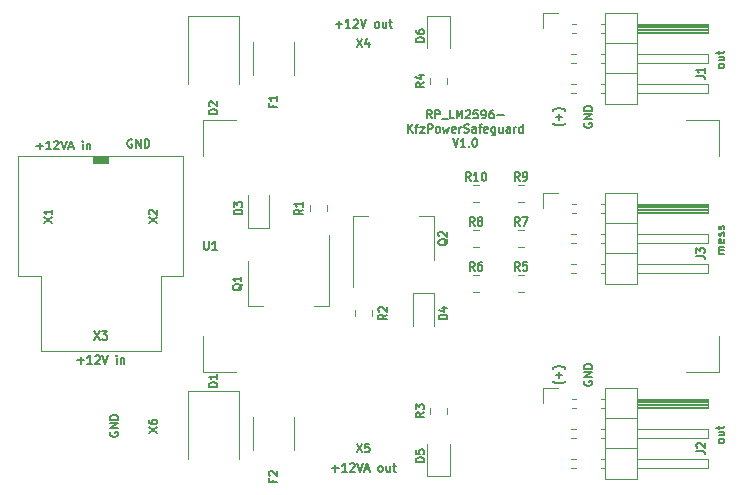
<source format=gbr>
G04 #@! TF.GenerationSoftware,KiCad,Pcbnew,(5.1.8)-1*
G04 #@! TF.CreationDate,2022-10-22T17:33:47+02:00*
G04 #@! TF.ProjectId,RP_LM2596-KfzPowerSafeguard,52505f4c-4d32-4353-9936-2d4b667a506f,rev?*
G04 #@! TF.SameCoordinates,Original*
G04 #@! TF.FileFunction,Legend,Top*
G04 #@! TF.FilePolarity,Positive*
%FSLAX46Y46*%
G04 Gerber Fmt 4.6, Leading zero omitted, Abs format (unit mm)*
G04 Created by KiCad (PCBNEW (5.1.8)-1) date 2022-10-22 17:33:47*
%MOMM*%
%LPD*%
G01*
G04 APERTURE LIST*
%ADD10C,0.150000*%
%ADD11C,0.100000*%
%ADD12C,0.175000*%
%ADD13C,0.120000*%
G04 APERTURE END LIST*
D10*
X116276000Y-69220666D02*
X116042666Y-68887333D01*
X115876000Y-69220666D02*
X115876000Y-68520666D01*
X116142666Y-68520666D01*
X116209333Y-68554000D01*
X116242666Y-68587333D01*
X116276000Y-68654000D01*
X116276000Y-68754000D01*
X116242666Y-68820666D01*
X116209333Y-68854000D01*
X116142666Y-68887333D01*
X115876000Y-68887333D01*
X116576000Y-69220666D02*
X116576000Y-68520666D01*
X116842666Y-68520666D01*
X116909333Y-68554000D01*
X116942666Y-68587333D01*
X116976000Y-68654000D01*
X116976000Y-68754000D01*
X116942666Y-68820666D01*
X116909333Y-68854000D01*
X116842666Y-68887333D01*
X116576000Y-68887333D01*
X117109333Y-69287333D02*
X117642666Y-69287333D01*
X118142666Y-69220666D02*
X117809333Y-69220666D01*
X117809333Y-68520666D01*
X118376000Y-69220666D02*
X118376000Y-68520666D01*
X118609333Y-69020666D01*
X118842666Y-68520666D01*
X118842666Y-69220666D01*
X119142666Y-68587333D02*
X119176000Y-68554000D01*
X119242666Y-68520666D01*
X119409333Y-68520666D01*
X119476000Y-68554000D01*
X119509333Y-68587333D01*
X119542666Y-68654000D01*
X119542666Y-68720666D01*
X119509333Y-68820666D01*
X119109333Y-69220666D01*
X119542666Y-69220666D01*
X120176000Y-68520666D02*
X119842666Y-68520666D01*
X119809333Y-68854000D01*
X119842666Y-68820666D01*
X119909333Y-68787333D01*
X120076000Y-68787333D01*
X120142666Y-68820666D01*
X120176000Y-68854000D01*
X120209333Y-68920666D01*
X120209333Y-69087333D01*
X120176000Y-69154000D01*
X120142666Y-69187333D01*
X120076000Y-69220666D01*
X119909333Y-69220666D01*
X119842666Y-69187333D01*
X119809333Y-69154000D01*
X120542666Y-69220666D02*
X120676000Y-69220666D01*
X120742666Y-69187333D01*
X120776000Y-69154000D01*
X120842666Y-69054000D01*
X120876000Y-68920666D01*
X120876000Y-68654000D01*
X120842666Y-68587333D01*
X120809333Y-68554000D01*
X120742666Y-68520666D01*
X120609333Y-68520666D01*
X120542666Y-68554000D01*
X120509333Y-68587333D01*
X120476000Y-68654000D01*
X120476000Y-68820666D01*
X120509333Y-68887333D01*
X120542666Y-68920666D01*
X120609333Y-68954000D01*
X120742666Y-68954000D01*
X120809333Y-68920666D01*
X120842666Y-68887333D01*
X120876000Y-68820666D01*
X121476000Y-68520666D02*
X121342666Y-68520666D01*
X121276000Y-68554000D01*
X121242666Y-68587333D01*
X121176000Y-68687333D01*
X121142666Y-68820666D01*
X121142666Y-69087333D01*
X121176000Y-69154000D01*
X121209333Y-69187333D01*
X121276000Y-69220666D01*
X121409333Y-69220666D01*
X121476000Y-69187333D01*
X121509333Y-69154000D01*
X121542666Y-69087333D01*
X121542666Y-68920666D01*
X121509333Y-68854000D01*
X121476000Y-68820666D01*
X121409333Y-68787333D01*
X121276000Y-68787333D01*
X121209333Y-68820666D01*
X121176000Y-68854000D01*
X121142666Y-68920666D01*
X121842666Y-68954000D02*
X122376000Y-68954000D01*
X114276000Y-70420666D02*
X114276000Y-69720666D01*
X114676000Y-70420666D02*
X114376000Y-70020666D01*
X114676000Y-69720666D02*
X114276000Y-70120666D01*
X114876000Y-69954000D02*
X115142666Y-69954000D01*
X114976000Y-70420666D02*
X114976000Y-69820666D01*
X115009333Y-69754000D01*
X115076000Y-69720666D01*
X115142666Y-69720666D01*
X115309333Y-69954000D02*
X115676000Y-69954000D01*
X115309333Y-70420666D01*
X115676000Y-70420666D01*
X115942666Y-70420666D02*
X115942666Y-69720666D01*
X116209333Y-69720666D01*
X116276000Y-69754000D01*
X116309333Y-69787333D01*
X116342666Y-69854000D01*
X116342666Y-69954000D01*
X116309333Y-70020666D01*
X116276000Y-70054000D01*
X116209333Y-70087333D01*
X115942666Y-70087333D01*
X116742666Y-70420666D02*
X116676000Y-70387333D01*
X116642666Y-70354000D01*
X116609333Y-70287333D01*
X116609333Y-70087333D01*
X116642666Y-70020666D01*
X116676000Y-69987333D01*
X116742666Y-69954000D01*
X116842666Y-69954000D01*
X116909333Y-69987333D01*
X116942666Y-70020666D01*
X116976000Y-70087333D01*
X116976000Y-70287333D01*
X116942666Y-70354000D01*
X116909333Y-70387333D01*
X116842666Y-70420666D01*
X116742666Y-70420666D01*
X117209333Y-69954000D02*
X117342666Y-70420666D01*
X117476000Y-70087333D01*
X117609333Y-70420666D01*
X117742666Y-69954000D01*
X118276000Y-70387333D02*
X118209333Y-70420666D01*
X118076000Y-70420666D01*
X118009333Y-70387333D01*
X117976000Y-70320666D01*
X117976000Y-70054000D01*
X118009333Y-69987333D01*
X118076000Y-69954000D01*
X118209333Y-69954000D01*
X118276000Y-69987333D01*
X118309333Y-70054000D01*
X118309333Y-70120666D01*
X117976000Y-70187333D01*
X118609333Y-70420666D02*
X118609333Y-69954000D01*
X118609333Y-70087333D02*
X118642666Y-70020666D01*
X118676000Y-69987333D01*
X118742666Y-69954000D01*
X118809333Y-69954000D01*
X119009333Y-70387333D02*
X119109333Y-70420666D01*
X119276000Y-70420666D01*
X119342666Y-70387333D01*
X119376000Y-70354000D01*
X119409333Y-70287333D01*
X119409333Y-70220666D01*
X119376000Y-70154000D01*
X119342666Y-70120666D01*
X119276000Y-70087333D01*
X119142666Y-70054000D01*
X119076000Y-70020666D01*
X119042666Y-69987333D01*
X119009333Y-69920666D01*
X119009333Y-69854000D01*
X119042666Y-69787333D01*
X119076000Y-69754000D01*
X119142666Y-69720666D01*
X119309333Y-69720666D01*
X119409333Y-69754000D01*
X120009333Y-70420666D02*
X120009333Y-70054000D01*
X119976000Y-69987333D01*
X119909333Y-69954000D01*
X119776000Y-69954000D01*
X119709333Y-69987333D01*
X120009333Y-70387333D02*
X119942666Y-70420666D01*
X119776000Y-70420666D01*
X119709333Y-70387333D01*
X119676000Y-70320666D01*
X119676000Y-70254000D01*
X119709333Y-70187333D01*
X119776000Y-70154000D01*
X119942666Y-70154000D01*
X120009333Y-70120666D01*
X120242666Y-69954000D02*
X120509333Y-69954000D01*
X120342666Y-70420666D02*
X120342666Y-69820666D01*
X120376000Y-69754000D01*
X120442666Y-69720666D01*
X120509333Y-69720666D01*
X121009333Y-70387333D02*
X120942666Y-70420666D01*
X120809333Y-70420666D01*
X120742666Y-70387333D01*
X120709333Y-70320666D01*
X120709333Y-70054000D01*
X120742666Y-69987333D01*
X120809333Y-69954000D01*
X120942666Y-69954000D01*
X121009333Y-69987333D01*
X121042666Y-70054000D01*
X121042666Y-70120666D01*
X120709333Y-70187333D01*
X121642666Y-69954000D02*
X121642666Y-70520666D01*
X121609333Y-70587333D01*
X121576000Y-70620666D01*
X121509333Y-70654000D01*
X121409333Y-70654000D01*
X121342666Y-70620666D01*
X121642666Y-70387333D02*
X121576000Y-70420666D01*
X121442666Y-70420666D01*
X121376000Y-70387333D01*
X121342666Y-70354000D01*
X121309333Y-70287333D01*
X121309333Y-70087333D01*
X121342666Y-70020666D01*
X121376000Y-69987333D01*
X121442666Y-69954000D01*
X121576000Y-69954000D01*
X121642666Y-69987333D01*
X122276000Y-69954000D02*
X122276000Y-70420666D01*
X121976000Y-69954000D02*
X121976000Y-70320666D01*
X122009333Y-70387333D01*
X122076000Y-70420666D01*
X122176000Y-70420666D01*
X122242666Y-70387333D01*
X122276000Y-70354000D01*
X122909333Y-70420666D02*
X122909333Y-70054000D01*
X122876000Y-69987333D01*
X122809333Y-69954000D01*
X122676000Y-69954000D01*
X122609333Y-69987333D01*
X122909333Y-70387333D02*
X122842666Y-70420666D01*
X122676000Y-70420666D01*
X122609333Y-70387333D01*
X122576000Y-70320666D01*
X122576000Y-70254000D01*
X122609333Y-70187333D01*
X122676000Y-70154000D01*
X122842666Y-70154000D01*
X122909333Y-70120666D01*
X123242666Y-70420666D02*
X123242666Y-69954000D01*
X123242666Y-70087333D02*
X123276000Y-70020666D01*
X123309333Y-69987333D01*
X123376000Y-69954000D01*
X123442666Y-69954000D01*
X123976000Y-70420666D02*
X123976000Y-69720666D01*
X123976000Y-70387333D02*
X123909333Y-70420666D01*
X123776000Y-70420666D01*
X123709333Y-70387333D01*
X123676000Y-70354000D01*
X123642666Y-70287333D01*
X123642666Y-70087333D01*
X123676000Y-70020666D01*
X123709333Y-69987333D01*
X123776000Y-69954000D01*
X123909333Y-69954000D01*
X123976000Y-69987333D01*
X118059333Y-70920666D02*
X118292666Y-71620666D01*
X118526000Y-70920666D01*
X119126000Y-71620666D02*
X118726000Y-71620666D01*
X118926000Y-71620666D02*
X118926000Y-70920666D01*
X118859333Y-71020666D01*
X118792666Y-71087333D01*
X118726000Y-71120666D01*
X119426000Y-71554000D02*
X119459333Y-71587333D01*
X119426000Y-71620666D01*
X119392666Y-71587333D01*
X119426000Y-71554000D01*
X119426000Y-71620666D01*
X119892666Y-70920666D02*
X119959333Y-70920666D01*
X120026000Y-70954000D01*
X120059333Y-70987333D01*
X120092666Y-71054000D01*
X120126000Y-71187333D01*
X120126000Y-71354000D01*
X120092666Y-71487333D01*
X120059333Y-71554000D01*
X120026000Y-71587333D01*
X119959333Y-71620666D01*
X119892666Y-71620666D01*
X119826000Y-71587333D01*
X119792666Y-71554000D01*
X119759333Y-71487333D01*
X119726000Y-71354000D01*
X119726000Y-71187333D01*
X119759333Y-71054000D01*
X119792666Y-70987333D01*
X119826000Y-70954000D01*
X119892666Y-70920666D01*
D11*
G36*
X88900000Y-73025000D02*
G01*
X87630000Y-73025000D01*
X87630000Y-72390000D01*
X88900000Y-72390000D01*
X88900000Y-73025000D01*
G37*
X88900000Y-73025000D02*
X87630000Y-73025000D01*
X87630000Y-72390000D01*
X88900000Y-72390000D01*
X88900000Y-73025000D01*
D12*
X141032666Y-80668666D02*
X140566000Y-80668666D01*
X140632666Y-80668666D02*
X140599333Y-80635333D01*
X140566000Y-80568666D01*
X140566000Y-80468666D01*
X140599333Y-80402000D01*
X140666000Y-80368666D01*
X141032666Y-80368666D01*
X140666000Y-80368666D02*
X140599333Y-80335333D01*
X140566000Y-80268666D01*
X140566000Y-80168666D01*
X140599333Y-80102000D01*
X140666000Y-80068666D01*
X141032666Y-80068666D01*
X140999333Y-79468666D02*
X141032666Y-79535333D01*
X141032666Y-79668666D01*
X140999333Y-79735333D01*
X140932666Y-79768666D01*
X140666000Y-79768666D01*
X140599333Y-79735333D01*
X140566000Y-79668666D01*
X140566000Y-79535333D01*
X140599333Y-79468666D01*
X140666000Y-79435333D01*
X140732666Y-79435333D01*
X140799333Y-79768666D01*
X140999333Y-79168666D02*
X141032666Y-79102000D01*
X141032666Y-78968666D01*
X140999333Y-78902000D01*
X140932666Y-78868666D01*
X140899333Y-78868666D01*
X140832666Y-78902000D01*
X140799333Y-78968666D01*
X140799333Y-79068666D01*
X140766000Y-79135333D01*
X140699333Y-79168666D01*
X140666000Y-79168666D01*
X140599333Y-79135333D01*
X140566000Y-79068666D01*
X140566000Y-78968666D01*
X140599333Y-78902000D01*
X140999333Y-78602000D02*
X141032666Y-78535333D01*
X141032666Y-78402000D01*
X140999333Y-78335333D01*
X140932666Y-78302000D01*
X140899333Y-78302000D01*
X140832666Y-78335333D01*
X140799333Y-78402000D01*
X140799333Y-78502000D01*
X140766000Y-78568666D01*
X140699333Y-78602000D01*
X140666000Y-78602000D01*
X140599333Y-78568666D01*
X140566000Y-78502000D01*
X140566000Y-78402000D01*
X140599333Y-78335333D01*
X141032666Y-64828666D02*
X140999333Y-64895333D01*
X140966000Y-64928666D01*
X140899333Y-64962000D01*
X140699333Y-64962000D01*
X140632666Y-64928666D01*
X140599333Y-64895333D01*
X140566000Y-64828666D01*
X140566000Y-64728666D01*
X140599333Y-64662000D01*
X140632666Y-64628666D01*
X140699333Y-64595333D01*
X140899333Y-64595333D01*
X140966000Y-64628666D01*
X140999333Y-64662000D01*
X141032666Y-64728666D01*
X141032666Y-64828666D01*
X140566000Y-63995333D02*
X141032666Y-63995333D01*
X140566000Y-64295333D02*
X140932666Y-64295333D01*
X140999333Y-64262000D01*
X141032666Y-64195333D01*
X141032666Y-64095333D01*
X140999333Y-64028666D01*
X140966000Y-63995333D01*
X140566000Y-63762000D02*
X140566000Y-63495333D01*
X140332666Y-63662000D02*
X140932666Y-63662000D01*
X140999333Y-63628666D01*
X141032666Y-63562000D01*
X141032666Y-63495333D01*
X141032666Y-96578666D02*
X140999333Y-96645333D01*
X140966000Y-96678666D01*
X140899333Y-96712000D01*
X140699333Y-96712000D01*
X140632666Y-96678666D01*
X140599333Y-96645333D01*
X140566000Y-96578666D01*
X140566000Y-96478666D01*
X140599333Y-96412000D01*
X140632666Y-96378666D01*
X140699333Y-96345333D01*
X140899333Y-96345333D01*
X140966000Y-96378666D01*
X140999333Y-96412000D01*
X141032666Y-96478666D01*
X141032666Y-96578666D01*
X140566000Y-95745333D02*
X141032666Y-95745333D01*
X140566000Y-96045333D02*
X140932666Y-96045333D01*
X140999333Y-96012000D01*
X141032666Y-95945333D01*
X141032666Y-95845333D01*
X140999333Y-95778666D01*
X140966000Y-95745333D01*
X140566000Y-95512000D02*
X140566000Y-95245333D01*
X140332666Y-95412000D02*
X140932666Y-95412000D01*
X140999333Y-95378666D01*
X141032666Y-95312000D01*
X141032666Y-95245333D01*
X108156666Y-61264000D02*
X108690000Y-61264000D01*
X108423333Y-61530666D02*
X108423333Y-60997333D01*
X109390000Y-61530666D02*
X108990000Y-61530666D01*
X109190000Y-61530666D02*
X109190000Y-60830666D01*
X109123333Y-60930666D01*
X109056666Y-60997333D01*
X108990000Y-61030666D01*
X109656666Y-60897333D02*
X109690000Y-60864000D01*
X109756666Y-60830666D01*
X109923333Y-60830666D01*
X109990000Y-60864000D01*
X110023333Y-60897333D01*
X110056666Y-60964000D01*
X110056666Y-61030666D01*
X110023333Y-61130666D01*
X109623333Y-61530666D01*
X110056666Y-61530666D01*
X110256666Y-60830666D02*
X110490000Y-61530666D01*
X110723333Y-60830666D01*
X111590000Y-61530666D02*
X111523333Y-61497333D01*
X111490000Y-61464000D01*
X111456666Y-61397333D01*
X111456666Y-61197333D01*
X111490000Y-61130666D01*
X111523333Y-61097333D01*
X111590000Y-61064000D01*
X111690000Y-61064000D01*
X111756666Y-61097333D01*
X111790000Y-61130666D01*
X111823333Y-61197333D01*
X111823333Y-61397333D01*
X111790000Y-61464000D01*
X111756666Y-61497333D01*
X111690000Y-61530666D01*
X111590000Y-61530666D01*
X112423333Y-61064000D02*
X112423333Y-61530666D01*
X112123333Y-61064000D02*
X112123333Y-61430666D01*
X112156666Y-61497333D01*
X112223333Y-61530666D01*
X112323333Y-61530666D01*
X112390000Y-61497333D01*
X112423333Y-61464000D01*
X112656666Y-61064000D02*
X112923333Y-61064000D01*
X112756666Y-60830666D02*
X112756666Y-61430666D01*
X112790000Y-61497333D01*
X112856666Y-61530666D01*
X112923333Y-61530666D01*
X107856666Y-98856000D02*
X108390000Y-98856000D01*
X108123333Y-99122666D02*
X108123333Y-98589333D01*
X109090000Y-99122666D02*
X108690000Y-99122666D01*
X108890000Y-99122666D02*
X108890000Y-98422666D01*
X108823333Y-98522666D01*
X108756666Y-98589333D01*
X108690000Y-98622666D01*
X109356666Y-98489333D02*
X109390000Y-98456000D01*
X109456666Y-98422666D01*
X109623333Y-98422666D01*
X109690000Y-98456000D01*
X109723333Y-98489333D01*
X109756666Y-98556000D01*
X109756666Y-98622666D01*
X109723333Y-98722666D01*
X109323333Y-99122666D01*
X109756666Y-99122666D01*
X109956666Y-98422666D02*
X110190000Y-99122666D01*
X110423333Y-98422666D01*
X110623333Y-98922666D02*
X110956666Y-98922666D01*
X110556666Y-99122666D02*
X110790000Y-98422666D01*
X111023333Y-99122666D01*
X111890000Y-99122666D02*
X111823333Y-99089333D01*
X111790000Y-99056000D01*
X111756666Y-98989333D01*
X111756666Y-98789333D01*
X111790000Y-98722666D01*
X111823333Y-98689333D01*
X111890000Y-98656000D01*
X111990000Y-98656000D01*
X112056666Y-98689333D01*
X112090000Y-98722666D01*
X112123333Y-98789333D01*
X112123333Y-98989333D01*
X112090000Y-99056000D01*
X112056666Y-99089333D01*
X111990000Y-99122666D01*
X111890000Y-99122666D01*
X112723333Y-98656000D02*
X112723333Y-99122666D01*
X112423333Y-98656000D02*
X112423333Y-99022666D01*
X112456666Y-99089333D01*
X112523333Y-99122666D01*
X112623333Y-99122666D01*
X112690000Y-99089333D01*
X112723333Y-99056000D01*
X112956666Y-98656000D02*
X113223333Y-98656000D01*
X113056666Y-98422666D02*
X113056666Y-99022666D01*
X113090000Y-99089333D01*
X113156666Y-99122666D01*
X113223333Y-99122666D01*
X82806666Y-71551000D02*
X83340000Y-71551000D01*
X83073333Y-71817666D02*
X83073333Y-71284333D01*
X84040000Y-71817666D02*
X83640000Y-71817666D01*
X83840000Y-71817666D02*
X83840000Y-71117666D01*
X83773333Y-71217666D01*
X83706666Y-71284333D01*
X83640000Y-71317666D01*
X84306666Y-71184333D02*
X84340000Y-71151000D01*
X84406666Y-71117666D01*
X84573333Y-71117666D01*
X84640000Y-71151000D01*
X84673333Y-71184333D01*
X84706666Y-71251000D01*
X84706666Y-71317666D01*
X84673333Y-71417666D01*
X84273333Y-71817666D01*
X84706666Y-71817666D01*
X84906666Y-71117666D02*
X85140000Y-71817666D01*
X85373333Y-71117666D01*
X85573333Y-71617666D02*
X85906666Y-71617666D01*
X85506666Y-71817666D02*
X85740000Y-71117666D01*
X85973333Y-71817666D01*
X86740000Y-71817666D02*
X86740000Y-71351000D01*
X86740000Y-71117666D02*
X86706666Y-71151000D01*
X86740000Y-71184333D01*
X86773333Y-71151000D01*
X86740000Y-71117666D01*
X86740000Y-71184333D01*
X87073333Y-71351000D02*
X87073333Y-71817666D01*
X87073333Y-71417666D02*
X87106666Y-71384333D01*
X87173333Y-71351000D01*
X87273333Y-71351000D01*
X87340000Y-71384333D01*
X87373333Y-71451000D01*
X87373333Y-71817666D01*
X86281666Y-89712000D02*
X86815000Y-89712000D01*
X86548333Y-89978666D02*
X86548333Y-89445333D01*
X87515000Y-89978666D02*
X87115000Y-89978666D01*
X87315000Y-89978666D02*
X87315000Y-89278666D01*
X87248333Y-89378666D01*
X87181666Y-89445333D01*
X87115000Y-89478666D01*
X87781666Y-89345333D02*
X87815000Y-89312000D01*
X87881666Y-89278666D01*
X88048333Y-89278666D01*
X88115000Y-89312000D01*
X88148333Y-89345333D01*
X88181666Y-89412000D01*
X88181666Y-89478666D01*
X88148333Y-89578666D01*
X87748333Y-89978666D01*
X88181666Y-89978666D01*
X88381666Y-89278666D02*
X88615000Y-89978666D01*
X88848333Y-89278666D01*
X89615000Y-89978666D02*
X89615000Y-89512000D01*
X89615000Y-89278666D02*
X89581666Y-89312000D01*
X89615000Y-89345333D01*
X89648333Y-89312000D01*
X89615000Y-89278666D01*
X89615000Y-89345333D01*
X89948333Y-89512000D02*
X89948333Y-89978666D01*
X89948333Y-89578666D02*
X89981666Y-89545333D01*
X90048333Y-89512000D01*
X90148333Y-89512000D01*
X90215000Y-89545333D01*
X90248333Y-89612000D01*
X90248333Y-89978666D01*
X90906666Y-71024000D02*
X90840000Y-70990666D01*
X90740000Y-70990666D01*
X90640000Y-71024000D01*
X90573333Y-71090666D01*
X90540000Y-71157333D01*
X90506666Y-71290666D01*
X90506666Y-71390666D01*
X90540000Y-71524000D01*
X90573333Y-71590666D01*
X90640000Y-71657333D01*
X90740000Y-71690666D01*
X90806666Y-71690666D01*
X90906666Y-71657333D01*
X90940000Y-71624000D01*
X90940000Y-71390666D01*
X90806666Y-71390666D01*
X91240000Y-71690666D02*
X91240000Y-70990666D01*
X91640000Y-71690666D01*
X91640000Y-70990666D01*
X91973333Y-71690666D02*
X91973333Y-70990666D01*
X92140000Y-70990666D01*
X92240000Y-71024000D01*
X92306666Y-71090666D01*
X92340000Y-71157333D01*
X92373333Y-71290666D01*
X92373333Y-71390666D01*
X92340000Y-71524000D01*
X92306666Y-71590666D01*
X92240000Y-71657333D01*
X92140000Y-71690666D01*
X91973333Y-71690666D01*
X89058000Y-95783333D02*
X89024666Y-95850000D01*
X89024666Y-95950000D01*
X89058000Y-96050000D01*
X89124666Y-96116666D01*
X89191333Y-96150000D01*
X89324666Y-96183333D01*
X89424666Y-96183333D01*
X89558000Y-96150000D01*
X89624666Y-96116666D01*
X89691333Y-96050000D01*
X89724666Y-95950000D01*
X89724666Y-95883333D01*
X89691333Y-95783333D01*
X89658000Y-95750000D01*
X89424666Y-95750000D01*
X89424666Y-95883333D01*
X89724666Y-95450000D02*
X89024666Y-95450000D01*
X89724666Y-95050000D01*
X89024666Y-95050000D01*
X89724666Y-94716666D02*
X89024666Y-94716666D01*
X89024666Y-94550000D01*
X89058000Y-94450000D01*
X89124666Y-94383333D01*
X89191333Y-94350000D01*
X89324666Y-94316666D01*
X89424666Y-94316666D01*
X89558000Y-94350000D01*
X89624666Y-94383333D01*
X89691333Y-94450000D01*
X89724666Y-94550000D01*
X89724666Y-94716666D01*
X127583333Y-69621333D02*
X127550000Y-69654666D01*
X127450000Y-69721333D01*
X127383333Y-69754666D01*
X127283333Y-69788000D01*
X127116666Y-69821333D01*
X126983333Y-69821333D01*
X126816666Y-69788000D01*
X126716666Y-69754666D01*
X126650000Y-69721333D01*
X126550000Y-69654666D01*
X126516666Y-69621333D01*
X127050000Y-69354666D02*
X127050000Y-68821333D01*
X127316666Y-69088000D02*
X126783333Y-69088000D01*
X127583333Y-68554666D02*
X127550000Y-68521333D01*
X127450000Y-68454666D01*
X127383333Y-68421333D01*
X127283333Y-68388000D01*
X127116666Y-68354666D01*
X126983333Y-68354666D01*
X126816666Y-68388000D01*
X126716666Y-68421333D01*
X126650000Y-68454666D01*
X126550000Y-68521333D01*
X126516666Y-68554666D01*
X127583333Y-91465333D02*
X127550000Y-91498666D01*
X127450000Y-91565333D01*
X127383333Y-91598666D01*
X127283333Y-91632000D01*
X127116666Y-91665333D01*
X126983333Y-91665333D01*
X126816666Y-91632000D01*
X126716666Y-91598666D01*
X126650000Y-91565333D01*
X126550000Y-91498666D01*
X126516666Y-91465333D01*
X127050000Y-91198666D02*
X127050000Y-90665333D01*
X127316666Y-90932000D02*
X126783333Y-90932000D01*
X127583333Y-90398666D02*
X127550000Y-90365333D01*
X127450000Y-90298666D01*
X127383333Y-90265333D01*
X127283333Y-90232000D01*
X127116666Y-90198666D01*
X126983333Y-90198666D01*
X126816666Y-90232000D01*
X126716666Y-90265333D01*
X126650000Y-90298666D01*
X126550000Y-90365333D01*
X126516666Y-90398666D01*
X129190000Y-91465333D02*
X129156666Y-91532000D01*
X129156666Y-91632000D01*
X129190000Y-91732000D01*
X129256666Y-91798666D01*
X129323333Y-91832000D01*
X129456666Y-91865333D01*
X129556666Y-91865333D01*
X129690000Y-91832000D01*
X129756666Y-91798666D01*
X129823333Y-91732000D01*
X129856666Y-91632000D01*
X129856666Y-91565333D01*
X129823333Y-91465333D01*
X129790000Y-91432000D01*
X129556666Y-91432000D01*
X129556666Y-91565333D01*
X129856666Y-91132000D02*
X129156666Y-91132000D01*
X129856666Y-90732000D01*
X129156666Y-90732000D01*
X129856666Y-90398666D02*
X129156666Y-90398666D01*
X129156666Y-90232000D01*
X129190000Y-90132000D01*
X129256666Y-90065333D01*
X129323333Y-90032000D01*
X129456666Y-89998666D01*
X129556666Y-89998666D01*
X129690000Y-90032000D01*
X129756666Y-90065333D01*
X129823333Y-90132000D01*
X129856666Y-90232000D01*
X129856666Y-90398666D01*
X129190000Y-69621333D02*
X129156666Y-69688000D01*
X129156666Y-69788000D01*
X129190000Y-69888000D01*
X129256666Y-69954666D01*
X129323333Y-69988000D01*
X129456666Y-70021333D01*
X129556666Y-70021333D01*
X129690000Y-69988000D01*
X129756666Y-69954666D01*
X129823333Y-69888000D01*
X129856666Y-69788000D01*
X129856666Y-69721333D01*
X129823333Y-69621333D01*
X129790000Y-69588000D01*
X129556666Y-69588000D01*
X129556666Y-69721333D01*
X129856666Y-69288000D02*
X129156666Y-69288000D01*
X129856666Y-68888000D01*
X129156666Y-68888000D01*
X129856666Y-68554666D02*
X129156666Y-68554666D01*
X129156666Y-68388000D01*
X129190000Y-68288000D01*
X129256666Y-68221333D01*
X129323333Y-68188000D01*
X129456666Y-68154666D01*
X129556666Y-68154666D01*
X129690000Y-68188000D01*
X129756666Y-68221333D01*
X129823333Y-68288000D01*
X129856666Y-68388000D01*
X129856666Y-68554666D01*
D13*
X95250000Y-72390000D02*
X94615000Y-72390000D01*
X95250000Y-82550000D02*
X95250000Y-72390000D01*
X94615000Y-82550000D02*
X95250000Y-82550000D01*
X81280000Y-82550000D02*
X81915000Y-82550000D01*
X81280000Y-72390000D02*
X81280000Y-82550000D01*
X81915000Y-72390000D02*
X81280000Y-72390000D01*
X83185000Y-82550000D02*
X81915000Y-82550000D01*
X94615000Y-72390000D02*
X81915000Y-72390000D01*
X93345000Y-82550000D02*
X94615000Y-82550000D01*
X93345000Y-88900000D02*
X93345000Y-82550000D01*
X83185000Y-88900000D02*
X93345000Y-88900000D01*
X83185000Y-82550000D02*
X83185000Y-88900000D01*
X96901000Y-90678000D02*
X99695000Y-90678000D01*
X96901000Y-87630000D02*
X96901000Y-90678000D01*
X140589000Y-90678000D02*
X140589000Y-87630000D01*
X137795000Y-90678000D02*
X140589000Y-90678000D01*
X140589000Y-69342000D02*
X140589000Y-72390000D01*
X137795000Y-69342000D02*
X140589000Y-69342000D01*
X96901000Y-69342000D02*
X99695000Y-69342000D01*
X96901000Y-69342000D02*
X96901000Y-72390000D01*
X99940000Y-92335000D02*
X99940000Y-98035000D01*
X95640000Y-92335000D02*
X95640000Y-98035000D01*
X99940000Y-92335000D02*
X95640000Y-92335000D01*
X99940000Y-60585000D02*
X95640000Y-60585000D01*
X95640000Y-60585000D02*
X95640000Y-66285000D01*
X99940000Y-60585000D02*
X99940000Y-66285000D01*
X100700000Y-75735000D02*
X100700000Y-78535000D01*
X100700000Y-78535000D02*
X102500000Y-78535000D01*
X102500000Y-78535000D02*
X102500000Y-75735000D01*
X114670000Y-84025000D02*
X114670000Y-86825000D01*
X116470000Y-84025000D02*
X114670000Y-84025000D01*
X116470000Y-86825000D02*
X116470000Y-84025000D01*
X101160000Y-65521252D02*
X101160000Y-62748748D01*
X104580000Y-65521252D02*
X104580000Y-62748748D01*
X101160000Y-94498748D02*
X101160000Y-97271252D01*
X104580000Y-94498748D02*
X104580000Y-97271252D01*
X100730000Y-85095000D02*
X101990000Y-85095000D01*
X107550000Y-85095000D02*
X106290000Y-85095000D01*
X100730000Y-81335000D02*
X100730000Y-85095000D01*
X107550000Y-79085000D02*
X107550000Y-85095000D01*
X109620000Y-83475000D02*
X109620000Y-77465000D01*
X116440000Y-81225000D02*
X116440000Y-77465000D01*
X109620000Y-77465000D02*
X110880000Y-77465000D01*
X116440000Y-77465000D02*
X115180000Y-77465000D01*
X105970000Y-77093578D02*
X105970000Y-76576422D01*
X107390000Y-77093578D02*
X107390000Y-76576422D01*
X109780000Y-85466422D02*
X109780000Y-85983578D01*
X111200000Y-85466422D02*
X111200000Y-85983578D01*
X117800000Y-99475000D02*
X117800000Y-96790000D01*
X115880000Y-99475000D02*
X117800000Y-99475000D01*
X115880000Y-96790000D02*
X115880000Y-99475000D01*
X117800000Y-63230000D02*
X117800000Y-60545000D01*
X117800000Y-60545000D02*
X115880000Y-60545000D01*
X115880000Y-60545000D02*
X115880000Y-63230000D01*
X117550000Y-93721422D02*
X117550000Y-94238578D01*
X116130000Y-93721422D02*
X116130000Y-94238578D01*
X117550000Y-66298579D02*
X117550000Y-65781423D01*
X116130000Y-66298579D02*
X116130000Y-65781423D01*
X123566422Y-82475000D02*
X124083578Y-82475000D01*
X123566422Y-83895000D02*
X124083578Y-83895000D01*
X120273578Y-82475000D02*
X119756422Y-82475000D01*
X120273578Y-83895000D02*
X119756422Y-83895000D01*
X123566422Y-78665000D02*
X124083578Y-78665000D01*
X123566422Y-80085000D02*
X124083578Y-80085000D01*
X120273578Y-78665000D02*
X119756422Y-78665000D01*
X120273578Y-80085000D02*
X119756422Y-80085000D01*
X130980000Y-60265000D02*
X130980000Y-68005000D01*
X130980000Y-68005000D02*
X133640000Y-68005000D01*
X133640000Y-68005000D02*
X133640000Y-60265000D01*
X133640000Y-60265000D02*
X130980000Y-60265000D01*
X133640000Y-61215000D02*
X139640000Y-61215000D01*
X139640000Y-61215000D02*
X139640000Y-61975000D01*
X139640000Y-61975000D02*
X133640000Y-61975000D01*
X133640000Y-61275000D02*
X139640000Y-61275000D01*
X133640000Y-61395000D02*
X139640000Y-61395000D01*
X133640000Y-61515000D02*
X139640000Y-61515000D01*
X133640000Y-61635000D02*
X139640000Y-61635000D01*
X133640000Y-61755000D02*
X139640000Y-61755000D01*
X133640000Y-61875000D02*
X139640000Y-61875000D01*
X130582929Y-61215000D02*
X130980000Y-61215000D01*
X130582929Y-61975000D02*
X130980000Y-61975000D01*
X128110000Y-61215000D02*
X128497071Y-61215000D01*
X128110000Y-61975000D02*
X128497071Y-61975000D01*
X130980000Y-62865000D02*
X133640000Y-62865000D01*
X133640000Y-63755000D02*
X139640000Y-63755000D01*
X139640000Y-63755000D02*
X139640000Y-64515000D01*
X139640000Y-64515000D02*
X133640000Y-64515000D01*
X130582929Y-63755000D02*
X130980000Y-63755000D01*
X130582929Y-64515000D02*
X130980000Y-64515000D01*
X128042929Y-63755000D02*
X128497071Y-63755000D01*
X128042929Y-64515000D02*
X128497071Y-64515000D01*
X130980000Y-65405000D02*
X133640000Y-65405000D01*
X133640000Y-66295000D02*
X139640000Y-66295000D01*
X139640000Y-66295000D02*
X139640000Y-67055000D01*
X139640000Y-67055000D02*
X133640000Y-67055000D01*
X130582929Y-66295000D02*
X130980000Y-66295000D01*
X130582929Y-67055000D02*
X130980000Y-67055000D01*
X128042929Y-66295000D02*
X128497071Y-66295000D01*
X128042929Y-67055000D02*
X128497071Y-67055000D01*
X125730000Y-61595000D02*
X125730000Y-60325000D01*
X125730000Y-60325000D02*
X127000000Y-60325000D01*
X125730000Y-92075000D02*
X127000000Y-92075000D01*
X125730000Y-93345000D02*
X125730000Y-92075000D01*
X128042929Y-98805000D02*
X128497071Y-98805000D01*
X128042929Y-98045000D02*
X128497071Y-98045000D01*
X130582929Y-98805000D02*
X130980000Y-98805000D01*
X130582929Y-98045000D02*
X130980000Y-98045000D01*
X139640000Y-98805000D02*
X133640000Y-98805000D01*
X139640000Y-98045000D02*
X139640000Y-98805000D01*
X133640000Y-98045000D02*
X139640000Y-98045000D01*
X130980000Y-97155000D02*
X133640000Y-97155000D01*
X128042929Y-96265000D02*
X128497071Y-96265000D01*
X128042929Y-95505000D02*
X128497071Y-95505000D01*
X130582929Y-96265000D02*
X130980000Y-96265000D01*
X130582929Y-95505000D02*
X130980000Y-95505000D01*
X139640000Y-96265000D02*
X133640000Y-96265000D01*
X139640000Y-95505000D02*
X139640000Y-96265000D01*
X133640000Y-95505000D02*
X139640000Y-95505000D01*
X130980000Y-94615000D02*
X133640000Y-94615000D01*
X128110000Y-93725000D02*
X128497071Y-93725000D01*
X128110000Y-92965000D02*
X128497071Y-92965000D01*
X130582929Y-93725000D02*
X130980000Y-93725000D01*
X130582929Y-92965000D02*
X130980000Y-92965000D01*
X133640000Y-93625000D02*
X139640000Y-93625000D01*
X133640000Y-93505000D02*
X139640000Y-93505000D01*
X133640000Y-93385000D02*
X139640000Y-93385000D01*
X133640000Y-93265000D02*
X139640000Y-93265000D01*
X133640000Y-93145000D02*
X139640000Y-93145000D01*
X133640000Y-93025000D02*
X139640000Y-93025000D01*
X139640000Y-93725000D02*
X133640000Y-93725000D01*
X139640000Y-92965000D02*
X139640000Y-93725000D01*
X133640000Y-92965000D02*
X139640000Y-92965000D01*
X133640000Y-92015000D02*
X130980000Y-92015000D01*
X133640000Y-99755000D02*
X133640000Y-92015000D01*
X130980000Y-99755000D02*
X133640000Y-99755000D01*
X130980000Y-92015000D02*
X130980000Y-99755000D01*
X123566422Y-76275000D02*
X124083578Y-76275000D01*
X123566422Y-74855000D02*
X124083578Y-74855000D01*
X120273578Y-76275000D02*
X119756422Y-76275000D01*
X120273578Y-74855000D02*
X119756422Y-74855000D01*
X130980000Y-75505000D02*
X130980000Y-83245000D01*
X130980000Y-83245000D02*
X133640000Y-83245000D01*
X133640000Y-83245000D02*
X133640000Y-75505000D01*
X133640000Y-75505000D02*
X130980000Y-75505000D01*
X133640000Y-76455000D02*
X139640000Y-76455000D01*
X139640000Y-76455000D02*
X139640000Y-77215000D01*
X139640000Y-77215000D02*
X133640000Y-77215000D01*
X133640000Y-76515000D02*
X139640000Y-76515000D01*
X133640000Y-76635000D02*
X139640000Y-76635000D01*
X133640000Y-76755000D02*
X139640000Y-76755000D01*
X133640000Y-76875000D02*
X139640000Y-76875000D01*
X133640000Y-76995000D02*
X139640000Y-76995000D01*
X133640000Y-77115000D02*
X139640000Y-77115000D01*
X130582929Y-76455000D02*
X130980000Y-76455000D01*
X130582929Y-77215000D02*
X130980000Y-77215000D01*
X128110000Y-76455000D02*
X128497071Y-76455000D01*
X128110000Y-77215000D02*
X128497071Y-77215000D01*
X130980000Y-78105000D02*
X133640000Y-78105000D01*
X133640000Y-78995000D02*
X139640000Y-78995000D01*
X139640000Y-78995000D02*
X139640000Y-79755000D01*
X139640000Y-79755000D02*
X133640000Y-79755000D01*
X130582929Y-78995000D02*
X130980000Y-78995000D01*
X130582929Y-79755000D02*
X130980000Y-79755000D01*
X128042929Y-78995000D02*
X128497071Y-78995000D01*
X128042929Y-79755000D02*
X128497071Y-79755000D01*
X130980000Y-80645000D02*
X133640000Y-80645000D01*
X133640000Y-81535000D02*
X139640000Y-81535000D01*
X139640000Y-81535000D02*
X139640000Y-82295000D01*
X139640000Y-82295000D02*
X133640000Y-82295000D01*
X130582929Y-81535000D02*
X130980000Y-81535000D01*
X130582929Y-82295000D02*
X130980000Y-82295000D01*
X128042929Y-81535000D02*
X128497071Y-81535000D01*
X128042929Y-82295000D02*
X128497071Y-82295000D01*
X125730000Y-76835000D02*
X125730000Y-75565000D01*
X125730000Y-75565000D02*
X127000000Y-75565000D01*
D10*
X97002666Y-79626666D02*
X97002666Y-80193333D01*
X97036000Y-80260000D01*
X97069333Y-80293333D01*
X97136000Y-80326666D01*
X97269333Y-80326666D01*
X97336000Y-80293333D01*
X97369333Y-80260000D01*
X97402666Y-80193333D01*
X97402666Y-79626666D01*
X98102666Y-80326666D02*
X97702666Y-80326666D01*
X97902666Y-80326666D02*
X97902666Y-79626666D01*
X97836000Y-79726666D01*
X97769333Y-79793333D01*
X97702666Y-79826666D01*
X98106666Y-91956666D02*
X97406666Y-91956666D01*
X97406666Y-91790000D01*
X97440000Y-91690000D01*
X97506666Y-91623333D01*
X97573333Y-91590000D01*
X97706666Y-91556666D01*
X97806666Y-91556666D01*
X97940000Y-91590000D01*
X98006666Y-91623333D01*
X98073333Y-91690000D01*
X98106666Y-91790000D01*
X98106666Y-91956666D01*
X98106666Y-90890000D02*
X98106666Y-91290000D01*
X98106666Y-91090000D02*
X97406666Y-91090000D01*
X97506666Y-91156666D01*
X97573333Y-91223333D01*
X97606666Y-91290000D01*
X98106666Y-68842666D02*
X97406666Y-68842666D01*
X97406666Y-68676000D01*
X97440000Y-68576000D01*
X97506666Y-68509333D01*
X97573333Y-68476000D01*
X97706666Y-68442666D01*
X97806666Y-68442666D01*
X97940000Y-68476000D01*
X98006666Y-68509333D01*
X98073333Y-68576000D01*
X98106666Y-68676000D01*
X98106666Y-68842666D01*
X97473333Y-68176000D02*
X97440000Y-68142666D01*
X97406666Y-68076000D01*
X97406666Y-67909333D01*
X97440000Y-67842666D01*
X97473333Y-67809333D01*
X97540000Y-67776000D01*
X97606666Y-67776000D01*
X97706666Y-67809333D01*
X98106666Y-68209333D01*
X98106666Y-67776000D01*
X100216666Y-77351666D02*
X99516666Y-77351666D01*
X99516666Y-77185000D01*
X99550000Y-77085000D01*
X99616666Y-77018333D01*
X99683333Y-76985000D01*
X99816666Y-76951666D01*
X99916666Y-76951666D01*
X100050000Y-76985000D01*
X100116666Y-77018333D01*
X100183333Y-77085000D01*
X100216666Y-77185000D01*
X100216666Y-77351666D01*
X99516666Y-76718333D02*
X99516666Y-76285000D01*
X99783333Y-76518333D01*
X99783333Y-76418333D01*
X99816666Y-76351666D01*
X99850000Y-76318333D01*
X99916666Y-76285000D01*
X100083333Y-76285000D01*
X100150000Y-76318333D01*
X100183333Y-76351666D01*
X100216666Y-76418333D01*
X100216666Y-76618333D01*
X100183333Y-76685000D01*
X100150000Y-76718333D01*
X117586666Y-86241666D02*
X116886666Y-86241666D01*
X116886666Y-86075000D01*
X116920000Y-85975000D01*
X116986666Y-85908333D01*
X117053333Y-85875000D01*
X117186666Y-85841666D01*
X117286666Y-85841666D01*
X117420000Y-85875000D01*
X117486666Y-85908333D01*
X117553333Y-85975000D01*
X117586666Y-86075000D01*
X117586666Y-86241666D01*
X117120000Y-85241666D02*
X117586666Y-85241666D01*
X116853333Y-85408333D02*
X117353333Y-85575000D01*
X117353333Y-85141666D01*
X102820000Y-68051333D02*
X102820000Y-68284666D01*
X103186666Y-68284666D02*
X102486666Y-68284666D01*
X102486666Y-67951333D01*
X103186666Y-67318000D02*
X103186666Y-67718000D01*
X103186666Y-67518000D02*
X102486666Y-67518000D01*
X102586666Y-67584666D01*
X102653333Y-67651333D01*
X102686666Y-67718000D01*
X102820000Y-99801333D02*
X102820000Y-100034666D01*
X103186666Y-100034666D02*
X102486666Y-100034666D01*
X102486666Y-99701333D01*
X102553333Y-99468000D02*
X102520000Y-99434666D01*
X102486666Y-99368000D01*
X102486666Y-99201333D01*
X102520000Y-99134666D01*
X102553333Y-99101333D01*
X102620000Y-99068000D01*
X102686666Y-99068000D01*
X102786666Y-99101333D01*
X103186666Y-99501333D01*
X103186666Y-99068000D01*
X100205333Y-83251666D02*
X100172000Y-83318333D01*
X100105333Y-83385000D01*
X100005333Y-83485000D01*
X99972000Y-83551666D01*
X99972000Y-83618333D01*
X100138666Y-83585000D02*
X100105333Y-83651666D01*
X100038666Y-83718333D01*
X99905333Y-83751666D01*
X99672000Y-83751666D01*
X99538666Y-83718333D01*
X99472000Y-83651666D01*
X99438666Y-83585000D01*
X99438666Y-83451666D01*
X99472000Y-83385000D01*
X99538666Y-83318333D01*
X99672000Y-83285000D01*
X99905333Y-83285000D01*
X100038666Y-83318333D01*
X100105333Y-83385000D01*
X100138666Y-83451666D01*
X100138666Y-83585000D01*
X100138666Y-82618333D02*
X100138666Y-83018333D01*
X100138666Y-82818333D02*
X99438666Y-82818333D01*
X99538666Y-82885000D01*
X99605333Y-82951666D01*
X99638666Y-83018333D01*
X117604333Y-79441666D02*
X117571000Y-79508333D01*
X117504333Y-79575000D01*
X117404333Y-79675000D01*
X117371000Y-79741666D01*
X117371000Y-79808333D01*
X117537666Y-79775000D02*
X117504333Y-79841666D01*
X117437666Y-79908333D01*
X117304333Y-79941666D01*
X117071000Y-79941666D01*
X116937666Y-79908333D01*
X116871000Y-79841666D01*
X116837666Y-79775000D01*
X116837666Y-79641666D01*
X116871000Y-79575000D01*
X116937666Y-79508333D01*
X117071000Y-79475000D01*
X117304333Y-79475000D01*
X117437666Y-79508333D01*
X117504333Y-79575000D01*
X117537666Y-79641666D01*
X117537666Y-79775000D01*
X116904333Y-79208333D02*
X116871000Y-79175000D01*
X116837666Y-79108333D01*
X116837666Y-78941666D01*
X116871000Y-78875000D01*
X116904333Y-78841666D01*
X116971000Y-78808333D01*
X117037666Y-78808333D01*
X117137666Y-78841666D01*
X117537666Y-79241666D01*
X117537666Y-78808333D01*
X105346666Y-76951666D02*
X105013333Y-77185000D01*
X105346666Y-77351666D02*
X104646666Y-77351666D01*
X104646666Y-77085000D01*
X104680000Y-77018333D01*
X104713333Y-76985000D01*
X104780000Y-76951666D01*
X104880000Y-76951666D01*
X104946666Y-76985000D01*
X104980000Y-77018333D01*
X105013333Y-77085000D01*
X105013333Y-77351666D01*
X105346666Y-76285000D02*
X105346666Y-76685000D01*
X105346666Y-76485000D02*
X104646666Y-76485000D01*
X104746666Y-76551666D01*
X104813333Y-76618333D01*
X104846666Y-76685000D01*
X112456666Y-85841666D02*
X112123333Y-86075000D01*
X112456666Y-86241666D02*
X111756666Y-86241666D01*
X111756666Y-85975000D01*
X111790000Y-85908333D01*
X111823333Y-85875000D01*
X111890000Y-85841666D01*
X111990000Y-85841666D01*
X112056666Y-85875000D01*
X112090000Y-85908333D01*
X112123333Y-85975000D01*
X112123333Y-86241666D01*
X111823333Y-85575000D02*
X111790000Y-85541666D01*
X111756666Y-85475000D01*
X111756666Y-85308333D01*
X111790000Y-85241666D01*
X111823333Y-85208333D01*
X111890000Y-85175000D01*
X111956666Y-85175000D01*
X112056666Y-85208333D01*
X112456666Y-85608333D01*
X112456666Y-85175000D01*
X83436666Y-78036666D02*
X84136666Y-77570000D01*
X83436666Y-77570000D02*
X84136666Y-78036666D01*
X84136666Y-76936666D02*
X84136666Y-77336666D01*
X84136666Y-77136666D02*
X83436666Y-77136666D01*
X83536666Y-77203333D01*
X83603333Y-77270000D01*
X83636666Y-77336666D01*
X92326666Y-78036666D02*
X93026666Y-77570000D01*
X92326666Y-77570000D02*
X93026666Y-78036666D01*
X92393333Y-77336666D02*
X92360000Y-77303333D01*
X92326666Y-77236666D01*
X92326666Y-77070000D01*
X92360000Y-77003333D01*
X92393333Y-76970000D01*
X92460000Y-76936666D01*
X92526666Y-76936666D01*
X92626666Y-76970000D01*
X93026666Y-77370000D01*
X93026666Y-76936666D01*
X87698333Y-87246666D02*
X88165000Y-87946666D01*
X88165000Y-87246666D02*
X87698333Y-87946666D01*
X88365000Y-87246666D02*
X88798333Y-87246666D01*
X88565000Y-87513333D01*
X88665000Y-87513333D01*
X88731666Y-87546666D01*
X88765000Y-87580000D01*
X88798333Y-87646666D01*
X88798333Y-87813333D01*
X88765000Y-87880000D01*
X88731666Y-87913333D01*
X88665000Y-87946666D01*
X88465000Y-87946666D01*
X88398333Y-87913333D01*
X88365000Y-87880000D01*
X115632666Y-98306666D02*
X114932666Y-98306666D01*
X114932666Y-98140000D01*
X114966000Y-98040000D01*
X115032666Y-97973333D01*
X115099333Y-97940000D01*
X115232666Y-97906666D01*
X115332666Y-97906666D01*
X115466000Y-97940000D01*
X115532666Y-97973333D01*
X115599333Y-98040000D01*
X115632666Y-98140000D01*
X115632666Y-98306666D01*
X114932666Y-97273333D02*
X114932666Y-97606666D01*
X115266000Y-97640000D01*
X115232666Y-97606666D01*
X115199333Y-97540000D01*
X115199333Y-97373333D01*
X115232666Y-97306666D01*
X115266000Y-97273333D01*
X115332666Y-97240000D01*
X115499333Y-97240000D01*
X115566000Y-97273333D01*
X115599333Y-97306666D01*
X115632666Y-97373333D01*
X115632666Y-97540000D01*
X115599333Y-97606666D01*
X115566000Y-97640000D01*
X115632666Y-62746666D02*
X114932666Y-62746666D01*
X114932666Y-62580000D01*
X114966000Y-62480000D01*
X115032666Y-62413333D01*
X115099333Y-62380000D01*
X115232666Y-62346666D01*
X115332666Y-62346666D01*
X115466000Y-62380000D01*
X115532666Y-62413333D01*
X115599333Y-62480000D01*
X115632666Y-62580000D01*
X115632666Y-62746666D01*
X114932666Y-61746666D02*
X114932666Y-61880000D01*
X114966000Y-61946666D01*
X114999333Y-61980000D01*
X115099333Y-62046666D01*
X115232666Y-62080000D01*
X115499333Y-62080000D01*
X115566000Y-62046666D01*
X115599333Y-62013333D01*
X115632666Y-61946666D01*
X115632666Y-61813333D01*
X115599333Y-61746666D01*
X115566000Y-61713333D01*
X115499333Y-61680000D01*
X115332666Y-61680000D01*
X115266000Y-61713333D01*
X115232666Y-61746666D01*
X115199333Y-61813333D01*
X115199333Y-61946666D01*
X115232666Y-62013333D01*
X115266000Y-62046666D01*
X115332666Y-62080000D01*
X115632666Y-94096666D02*
X115299333Y-94330000D01*
X115632666Y-94496666D02*
X114932666Y-94496666D01*
X114932666Y-94230000D01*
X114966000Y-94163333D01*
X114999333Y-94130000D01*
X115066000Y-94096666D01*
X115166000Y-94096666D01*
X115232666Y-94130000D01*
X115266000Y-94163333D01*
X115299333Y-94230000D01*
X115299333Y-94496666D01*
X114932666Y-93863333D02*
X114932666Y-93430000D01*
X115199333Y-93663333D01*
X115199333Y-93563333D01*
X115232666Y-93496666D01*
X115266000Y-93463333D01*
X115332666Y-93430000D01*
X115499333Y-93430000D01*
X115566000Y-93463333D01*
X115599333Y-93496666D01*
X115632666Y-93563333D01*
X115632666Y-93763333D01*
X115599333Y-93830000D01*
X115566000Y-93863333D01*
X115632666Y-66156666D02*
X115299333Y-66390000D01*
X115632666Y-66556666D02*
X114932666Y-66556666D01*
X114932666Y-66290000D01*
X114966000Y-66223333D01*
X114999333Y-66190000D01*
X115066000Y-66156666D01*
X115166000Y-66156666D01*
X115232666Y-66190000D01*
X115266000Y-66223333D01*
X115299333Y-66290000D01*
X115299333Y-66556666D01*
X115166000Y-65556666D02*
X115632666Y-65556666D01*
X114899333Y-65723333D02*
X115399333Y-65890000D01*
X115399333Y-65456666D01*
X109923333Y-96771666D02*
X110390000Y-97471666D01*
X110390000Y-96771666D02*
X109923333Y-97471666D01*
X110990000Y-96771666D02*
X110656666Y-96771666D01*
X110623333Y-97105000D01*
X110656666Y-97071666D01*
X110723333Y-97038333D01*
X110890000Y-97038333D01*
X110956666Y-97071666D01*
X110990000Y-97105000D01*
X111023333Y-97171666D01*
X111023333Y-97338333D01*
X110990000Y-97405000D01*
X110956666Y-97438333D01*
X110890000Y-97471666D01*
X110723333Y-97471666D01*
X110656666Y-97438333D01*
X110623333Y-97405000D01*
X92326666Y-95816666D02*
X93026666Y-95350000D01*
X92326666Y-95350000D02*
X93026666Y-95816666D01*
X92326666Y-94783333D02*
X92326666Y-94916666D01*
X92360000Y-94983333D01*
X92393333Y-95016666D01*
X92493333Y-95083333D01*
X92626666Y-95116666D01*
X92893333Y-95116666D01*
X92960000Y-95083333D01*
X92993333Y-95050000D01*
X93026666Y-94983333D01*
X93026666Y-94850000D01*
X92993333Y-94783333D01*
X92960000Y-94750000D01*
X92893333Y-94716666D01*
X92726666Y-94716666D01*
X92660000Y-94750000D01*
X92626666Y-94783333D01*
X92593333Y-94850000D01*
X92593333Y-94983333D01*
X92626666Y-95050000D01*
X92660000Y-95083333D01*
X92726666Y-95116666D01*
X109923333Y-62481666D02*
X110390000Y-63181666D01*
X110390000Y-62481666D02*
X109923333Y-63181666D01*
X110956666Y-62715000D02*
X110956666Y-63181666D01*
X110790000Y-62448333D02*
X110623333Y-62948333D01*
X111056666Y-62948333D01*
X123708333Y-82104666D02*
X123475000Y-81771333D01*
X123308333Y-82104666D02*
X123308333Y-81404666D01*
X123575000Y-81404666D01*
X123641666Y-81438000D01*
X123675000Y-81471333D01*
X123708333Y-81538000D01*
X123708333Y-81638000D01*
X123675000Y-81704666D01*
X123641666Y-81738000D01*
X123575000Y-81771333D01*
X123308333Y-81771333D01*
X124341666Y-81404666D02*
X124008333Y-81404666D01*
X123975000Y-81738000D01*
X124008333Y-81704666D01*
X124075000Y-81671333D01*
X124241666Y-81671333D01*
X124308333Y-81704666D01*
X124341666Y-81738000D01*
X124375000Y-81804666D01*
X124375000Y-81971333D01*
X124341666Y-82038000D01*
X124308333Y-82071333D01*
X124241666Y-82104666D01*
X124075000Y-82104666D01*
X124008333Y-82071333D01*
X123975000Y-82038000D01*
X119898333Y-82104666D02*
X119665000Y-81771333D01*
X119498333Y-82104666D02*
X119498333Y-81404666D01*
X119765000Y-81404666D01*
X119831666Y-81438000D01*
X119865000Y-81471333D01*
X119898333Y-81538000D01*
X119898333Y-81638000D01*
X119865000Y-81704666D01*
X119831666Y-81738000D01*
X119765000Y-81771333D01*
X119498333Y-81771333D01*
X120498333Y-81404666D02*
X120365000Y-81404666D01*
X120298333Y-81438000D01*
X120265000Y-81471333D01*
X120198333Y-81571333D01*
X120165000Y-81704666D01*
X120165000Y-81971333D01*
X120198333Y-82038000D01*
X120231666Y-82071333D01*
X120298333Y-82104666D01*
X120431666Y-82104666D01*
X120498333Y-82071333D01*
X120531666Y-82038000D01*
X120565000Y-81971333D01*
X120565000Y-81804666D01*
X120531666Y-81738000D01*
X120498333Y-81704666D01*
X120431666Y-81671333D01*
X120298333Y-81671333D01*
X120231666Y-81704666D01*
X120198333Y-81738000D01*
X120165000Y-81804666D01*
X123708333Y-78294666D02*
X123475000Y-77961333D01*
X123308333Y-78294666D02*
X123308333Y-77594666D01*
X123575000Y-77594666D01*
X123641666Y-77628000D01*
X123675000Y-77661333D01*
X123708333Y-77728000D01*
X123708333Y-77828000D01*
X123675000Y-77894666D01*
X123641666Y-77928000D01*
X123575000Y-77961333D01*
X123308333Y-77961333D01*
X123941666Y-77594666D02*
X124408333Y-77594666D01*
X124108333Y-78294666D01*
X119898333Y-78294666D02*
X119665000Y-77961333D01*
X119498333Y-78294666D02*
X119498333Y-77594666D01*
X119765000Y-77594666D01*
X119831666Y-77628000D01*
X119865000Y-77661333D01*
X119898333Y-77728000D01*
X119898333Y-77828000D01*
X119865000Y-77894666D01*
X119831666Y-77928000D01*
X119765000Y-77961333D01*
X119498333Y-77961333D01*
X120298333Y-77894666D02*
X120231666Y-77861333D01*
X120198333Y-77828000D01*
X120165000Y-77761333D01*
X120165000Y-77728000D01*
X120198333Y-77661333D01*
X120231666Y-77628000D01*
X120298333Y-77594666D01*
X120431666Y-77594666D01*
X120498333Y-77628000D01*
X120531666Y-77661333D01*
X120565000Y-77728000D01*
X120565000Y-77761333D01*
X120531666Y-77828000D01*
X120498333Y-77861333D01*
X120431666Y-77894666D01*
X120298333Y-77894666D01*
X120231666Y-77928000D01*
X120198333Y-77961333D01*
X120165000Y-78028000D01*
X120165000Y-78161333D01*
X120198333Y-78228000D01*
X120231666Y-78261333D01*
X120298333Y-78294666D01*
X120431666Y-78294666D01*
X120498333Y-78261333D01*
X120531666Y-78228000D01*
X120565000Y-78161333D01*
X120565000Y-78028000D01*
X120531666Y-77961333D01*
X120498333Y-77928000D01*
X120431666Y-77894666D01*
X138681666Y-65638333D02*
X139181666Y-65638333D01*
X139281666Y-65671666D01*
X139348333Y-65738333D01*
X139381666Y-65838333D01*
X139381666Y-65905000D01*
X139381666Y-64938333D02*
X139381666Y-65338333D01*
X139381666Y-65138333D02*
X138681666Y-65138333D01*
X138781666Y-65205000D01*
X138848333Y-65271666D01*
X138881666Y-65338333D01*
X138681666Y-97388333D02*
X139181666Y-97388333D01*
X139281666Y-97421666D01*
X139348333Y-97488333D01*
X139381666Y-97588333D01*
X139381666Y-97655000D01*
X138748333Y-97088333D02*
X138715000Y-97055000D01*
X138681666Y-96988333D01*
X138681666Y-96821666D01*
X138715000Y-96755000D01*
X138748333Y-96721666D01*
X138815000Y-96688333D01*
X138881666Y-96688333D01*
X138981666Y-96721666D01*
X139381666Y-97121666D01*
X139381666Y-96688333D01*
X123708333Y-74484666D02*
X123475000Y-74151333D01*
X123308333Y-74484666D02*
X123308333Y-73784666D01*
X123575000Y-73784666D01*
X123641666Y-73818000D01*
X123675000Y-73851333D01*
X123708333Y-73918000D01*
X123708333Y-74018000D01*
X123675000Y-74084666D01*
X123641666Y-74118000D01*
X123575000Y-74151333D01*
X123308333Y-74151333D01*
X124041666Y-74484666D02*
X124175000Y-74484666D01*
X124241666Y-74451333D01*
X124275000Y-74418000D01*
X124341666Y-74318000D01*
X124375000Y-74184666D01*
X124375000Y-73918000D01*
X124341666Y-73851333D01*
X124308333Y-73818000D01*
X124241666Y-73784666D01*
X124108333Y-73784666D01*
X124041666Y-73818000D01*
X124008333Y-73851333D01*
X123975000Y-73918000D01*
X123975000Y-74084666D01*
X124008333Y-74151333D01*
X124041666Y-74184666D01*
X124108333Y-74218000D01*
X124241666Y-74218000D01*
X124308333Y-74184666D01*
X124341666Y-74151333D01*
X124375000Y-74084666D01*
X119565000Y-74484666D02*
X119331666Y-74151333D01*
X119165000Y-74484666D02*
X119165000Y-73784666D01*
X119431666Y-73784666D01*
X119498333Y-73818000D01*
X119531666Y-73851333D01*
X119565000Y-73918000D01*
X119565000Y-74018000D01*
X119531666Y-74084666D01*
X119498333Y-74118000D01*
X119431666Y-74151333D01*
X119165000Y-74151333D01*
X120231666Y-74484666D02*
X119831666Y-74484666D01*
X120031666Y-74484666D02*
X120031666Y-73784666D01*
X119965000Y-73884666D01*
X119898333Y-73951333D01*
X119831666Y-73984666D01*
X120665000Y-73784666D02*
X120731666Y-73784666D01*
X120798333Y-73818000D01*
X120831666Y-73851333D01*
X120865000Y-73918000D01*
X120898333Y-74051333D01*
X120898333Y-74218000D01*
X120865000Y-74351333D01*
X120831666Y-74418000D01*
X120798333Y-74451333D01*
X120731666Y-74484666D01*
X120665000Y-74484666D01*
X120598333Y-74451333D01*
X120565000Y-74418000D01*
X120531666Y-74351333D01*
X120498333Y-74218000D01*
X120498333Y-74051333D01*
X120531666Y-73918000D01*
X120565000Y-73851333D01*
X120598333Y-73818000D01*
X120665000Y-73784666D01*
X138681666Y-80878333D02*
X139181666Y-80878333D01*
X139281666Y-80911666D01*
X139348333Y-80978333D01*
X139381666Y-81078333D01*
X139381666Y-81145000D01*
X138681666Y-80611666D02*
X138681666Y-80178333D01*
X138948333Y-80411666D01*
X138948333Y-80311666D01*
X138981666Y-80245000D01*
X139015000Y-80211666D01*
X139081666Y-80178333D01*
X139248333Y-80178333D01*
X139315000Y-80211666D01*
X139348333Y-80245000D01*
X139381666Y-80311666D01*
X139381666Y-80511666D01*
X139348333Y-80578333D01*
X139315000Y-80611666D01*
M02*

</source>
